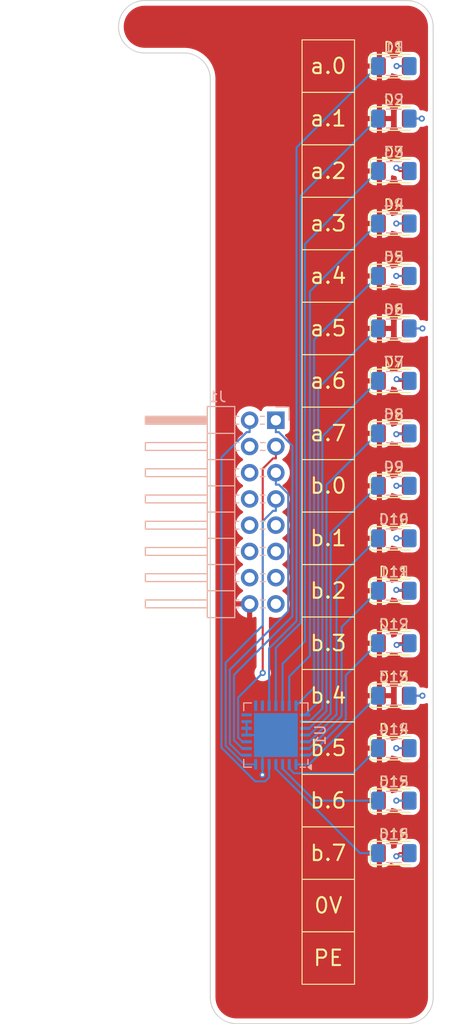
<source format=kicad_pcb>
(kicad_pcb (version 20240108) (generator "pcbnew") (generator_version "8.0")
  (layers (0 "F.Cu" signal) (31 "B.Cu" signal) (34 "B.Paste" user) (35 "F.Paste" user) (36 "B.SilkS" user "B.Silkscreen") (37 "F.SilkS" user "F.Silkscreen") (38 "B.Mask" user) (39 "F.Mask" user) (44 "Edge.Cuts" user))
  (net 0 "")
  (net 4 "GND")
  (net 14 "+5V")
  (net 16 "/b.0")
  (net 17 "Net-(D1-A)")
  (net 18 "Net-(D2-A)")
  (net 19 "Net-(D3-A)")
  (net 20 "Net-(D4-A)")
  (net 21 "Net-(D5-A)")
  (net 22 "Net-(D6-A)")
  (net 23 "Net-(D7-A)")
  (net 24 "Net-(D8-A)")
  (net 25 "Net-(D9-A)")
  (net 26 "Net-(D10-A)")
  (net 27 "Net-(D11-A)")
  (net 28 "Net-(D12-A)")
  (net 29 "Net-(D13-A)")
  (net 30 "Net-(D14-A)")
  (net 31 "Net-(D15-A)")
  (net 32 "Net-(D16-A)")
  (net 33 "/b.1")
  (net 34 "/b.2")
  (net 35 "/b.3")
  (net 36 "/b.4")
  (net 37 "/b.5")
  (net 38 "/b.6")
  (net 39 "/b.7")
  (net 40 "/a.0")
  (net 41 "/a.1")
  (net 42 "/a.2")
  (net 43 "/a.3")
  (net 44 "/a.4")
  (net 45 "/a.5")
  (net 46 "/a.6")
  (net 47 "/a.7")
  (net 48 "/CLK")
  (net 49 "/CS2")
  (net 50 "/MOSI")
  (net 51 "/MISO")
  (footprint "NextPCB:Kingbright_KPT-3216CGCK" (layer "F.Cu") (at 77.47 97.79)
    (property "Reference" "D9" (at 0 -1.82 0) (layer "F.SilkS"))
    (property "Value" "KPT-3216CGCK")
    (pad "1" smd roundrect (at -1.4 0) (size 1.25 1.75) (layers "F.Cu" "F.Paste" "F.Mask") (roundrect_rratio 0.2) (net 4 "GND"))
    (pad "2" smd roundrect (at 1.4 0) (size 1.25 1.75) (layers "F.Cu" "F.Paste" "F.Mask") (roundrect_rratio 0.2) (net 25 "Net-(D9-A)"))
  )
  (footprint "NextPCB:Kingbright_KPT-3216CGCK" (layer "F.Cu") (at 77.47 123.19)
    (property "Reference" "D14" (at 0 -1.82 0) (layer "F.SilkS"))
    (property "Value" "KPT-3216CGCK")
    (pad "1" smd roundrect (at -1.4 0) (size 1.25 1.75) (layers "F.Cu" "F.Paste" "F.Mask") (roundrect_rratio 0.2) (net 4 "GND"))
    (pad "2" smd roundrect (at 1.4 0) (size 1.25 1.75) (layers "F.Cu" "F.Paste" "F.Mask") (roundrect_rratio 0.2) (net 30 "Net-(D14-A)"))
  )
  (footprint "NextPCB:Kingbright_KPT-3216CGCK" (layer "F.Cu") (at 77.47 82.55)
    (property "Reference" "D6" (at 0 -1.82 0) (layer "F.SilkS"))
    (property "Value" "KPT-3216CGCK")
    (pad "1" smd roundrect (at -1.4 0) (size 1.25 1.75) (layers "F.Cu" "F.Paste" "F.Mask") (roundrect_rratio 0.2) (net 4 "GND"))
    (pad "2" smd roundrect (at 1.4 0) (size 1.25 1.75) (layers "F.Cu" "F.Paste" "F.Mask") (roundrect_rratio 0.2) (net 22 "Net-(D6-A)"))
  )
  (footprint "NextPCB:Kingbright_KPT-3216CGCK" (layer "F.Cu") (at 77.47 62.23)
    (property "Reference" "D2" (at 0 -1.82 0) (layer "F.SilkS"))
    (property "Value" "KPT-3216CGCK")
    (pad "1" smd roundrect (at -1.4 0) (size 1.25 1.75) (layers "F.Cu" "F.Paste" "F.Mask") (roundrect_rratio 0.2) (net 4 "GND"))
    (pad "2" smd roundrect (at 1.4 0) (size 1.25 1.75) (layers "F.Cu" "F.Paste" "F.Mask") (roundrect_rratio 0.2) (net 18 "Net-(D2-A)"))
  )
  (footprint "NextPCB:Kingbright_KPT-3216CGCK" (layer "F.Cu") (at 77.47 113.03)
    (property "Reference" "D12" (at 0 -1.82 0) (layer "F.SilkS"))
    (property "Value" "KPT-3216CGCK")
    (pad "1" smd roundrect (at -1.4 0) (size 1.25 1.75) (layers "F.Cu" "F.Paste" "F.Mask") (roundrect_rratio 0.2) (net 4 "GND"))
    (pad "2" smd roundrect (at 1.4 0) (size 1.25 1.75) (layers "F.Cu" "F.Paste" "F.Mask") (roundrect_rratio 0.2) (net 28 "Net-(D12-A)"))
  )
  (footprint "NextPCB:Kingbright_KPT-3216CGCK" (layer "F.Cu") (at 77.47 77.47)
    (property "Reference" "D5" (at 0 -1.82 0) (layer "F.SilkS"))
    (property "Value" "KPT-3216CGCK")
    (pad "1" smd roundrect (at -1.4 0) (size 1.25 1.75) (layers "F.Cu" "F.Paste" "F.Mask") (roundrect_rratio 0.2) (net 4 "GND"))
    (pad "2" smd roundrect (at 1.4 0) (size 1.25 1.75) (layers "F.Cu" "F.Paste" "F.Mask") (roundrect_rratio 0.2) (net 21 "Net-(D5-A)"))
  )
  (footprint "NextPCB:Kingbright_KPT-3216CGCK" (layer "F.Cu") (at 77.47 87.63)
    (property "Reference" "D7" (at 0 -1.82 0) (layer "F.SilkS"))
    (property "Value" "KPT-3216CGCK")
    (pad "1" smd roundrect (at -1.4 0) (size 1.25 1.75) (layers "F.Cu" "F.Paste" "F.Mask") (roundrect_rratio 0.2) (net 4 "GND"))
    (pad "2" smd roundrect (at 1.4 0) (size 1.25 1.75) (layers "F.Cu" "F.Paste" "F.Mask") (roundrect_rratio 0.2) (net 23 "Net-(D7-A)"))
  )
  (footprint "NextPCB:Kingbright_KPT-3216CGCK" (layer "F.Cu") (at 77.47 72.39)
    (property "Reference" "D4" (at 0 -1.82 0) (layer "F.SilkS"))
    (property "Value" "KPT-3216CGCK")
    (pad "1" smd roundrect (at -1.4 0) (size 1.25 1.75) (layers "F.Cu" "F.Paste" "F.Mask") (roundrect_rratio 0.2) (net 4 "GND"))
    (pad "2" smd roundrect (at 1.4 0) (size 1.25 1.75) (layers "F.Cu" "F.Paste" "F.Mask") (roundrect_rratio 0.2) (net 20 "Net-(D4-A)"))
  )
  (footprint "NextPCB:Kingbright_KPT-3216CGCK" (layer "F.Cu") (at 77.47 67.31)
    (property "Reference" "D3" (at 0 -1.82 0) (layer "F.SilkS"))
    (property "Value" "KPT-3216CGCK")
    (pad "1" smd roundrect (at -1.4 0) (size 1.25 1.75) (layers "F.Cu" "F.Paste" "F.Mask") (roundrect_rratio 0.2) (net 4 "GND"))
    (pad "2" smd roundrect (at 1.4 0) (size 1.25 1.75) (layers "F.Cu" "F.Paste" "F.Mask") (roundrect_rratio 0.2) (net 19 "Net-(D3-A)"))
  )
  (footprint "NextPCB:Kingbright_KPT-3216CGCK" (layer "F.Cu") (at 77.47 102.87)
    (property "Reference" "D10" (at 0 -1.82 0) (layer "F.SilkS"))
    (property "Value" "KPT-3216CGCK")
    (pad "1" smd roundrect (at -1.4 0) (size 1.25 1.75) (layers "F.Cu" "F.Paste" "F.Mask") (roundrect_rratio 0.2) (net 4 "GND"))
    (pad "2" smd roundrect (at 1.4 0) (size 1.25 1.75) (layers "F.Cu" "F.Paste" "F.Mask") (roundrect_rratio 0.2) (net 26 "Net-(D10-A)"))
  )
  (footprint "NextPCB:Kingbright_KPT-3216CGCK" (layer "F.Cu") (at 77.47 118.11)
    (property "Reference" "D13" (at 0 -1.82 0) (layer "F.SilkS"))
    (property "Value" "KPT-3216CGCK")
    (pad "1" smd roundrect (at -1.4 0) (size 1.25 1.75) (layers "F.Cu" "F.Paste" "F.Mask") (roundrect_rratio 0.2) (net 4 "GND"))
    (pad "2" smd roundrect (at 1.4 0) (size 1.25 1.75) (layers "F.Cu" "F.Paste" "F.Mask") (roundrect_rratio 0.2) (net 29 "Net-(D13-A)"))
  )
  (footprint "NextPCB:Kingbright_KPT-3216CGCK" (layer "F.Cu") (at 77.47 57.15)
    (property "Reference" "D1" (at 0 -1.82 0) (layer "F.SilkS"))
    (property "Value" "KPT-3216CGCK")
    (pad "1" smd roundrect (at -1.4 0) (size 1.25 1.75) (layers "F.Cu" "F.Paste" "F.Mask") (roundrect_rratio 0.2) (net 4 "GND"))
    (pad "2" smd roundrect (at 1.4 0) (size 1.25 1.75) (layers "F.Cu" "F.Paste" "F.Mask") (roundrect_rratio 0.2) (net 17 "Net-(D1-A)"))
  )
  (footprint "NextPCB:Kingbright_KPT-3216CGCK" (layer "F.Cu") (at 77.47 107.95)
    (property "Reference" "D11" (at 0 -1.82 0) (layer "F.SilkS"))
    (property "Value" "KPT-3216CGCK")
    (pad "1" smd roundrect (at -1.4 0) (size 1.25 1.75) (layers "F.Cu" "F.Paste" "F.Mask") (roundrect_rratio 0.2) (net 4 "GND"))
    (pad "2" smd roundrect (at 1.4 0) (size 1.25 1.75) (layers "F.Cu" "F.Paste" "F.Mask") (roundrect_rratio 0.2) (net 27 "Net-(D11-A)"))
  )
  (footprint "NextPCB:Kingbright_KPT-3216CGCK" (layer "F.Cu") (at 77.47 133.35)
    (property "Reference" "D16" (at 0 -1.82 0) (layer "F.SilkS"))
    (property "Value" "KPT-3216CGCK")
    (pad "1" smd roundrect (at -1.4 0) (size 1.25 1.75) (layers "F.Cu" "F.Paste" "F.Mask") (roundrect_rratio 0.2) (net 4 "GND"))
    (pad "2" smd roundrect (at 1.4 0) (size 1.25 1.75) (layers "F.Cu" "F.Paste" "F.Mask") (roundrect_rratio 0.2) (net 32 "Net-(D16-A)"))
  )
  (footprint "NextPCB:Kingbright_KPT-3216CGCK" (layer "F.Cu") (at 77.47 92.71)
    (property "Reference" "D8" (at 0 -1.82 0) (layer "F.SilkS"))
    (property "Value" "KPT-3216CGCK")
    (pad "1" smd roundrect (at -1.4 0) (size 1.25 1.75) (layers "F.Cu" "F.Paste" "F.Mask") (roundrect_rratio 0.2) (net 4 "GND"))
    (pad "2" smd roundrect (at 1.4 0) (size 1.25 1.75) (layers "F.Cu" "F.Paste" "F.Mask") (roundrect_rratio 0.2) (net 24 "Net-(D8-A)"))
  )
  (footprint "NextPCB:Kingbright_KPT-3216CGCK" (layer "F.Cu") (at 77.47 128.27)
    (property "Reference" "D15" (at 0 -1.82 0) (layer "F.SilkS"))
    (property "Value" "KPT-3216CGCK")
    (pad "1" smd roundrect (at -1.4 0) (size 1.25 1.75) (layers "F.Cu" "F.Paste" "F.Mask") (roundrect_rratio 0.2) (net 4 "GND"))
    (pad "2" smd roundrect (at 1.4 0) (size 1.25 1.75) (layers "F.Cu" "F.Paste" "F.Mask") (roundrect_rratio 0.2) (net 31 "Net-(D15-A)"))
  )
  (footprint "Resistor_SMD:R_1206_3216Metric_Pad1.30x1.75mm_HandSolder" (layer "B.Cu") (at 77.47 57.15 180)
    (property "Reference" "R1" (at 0 1.82 0) (layer "B.SilkS") (effects (justify mirror)))
    (property "Value" "10k")
    (pad "1" smd roundrect (at -1.55 0 180) (size 1.3 1.75) (layers "B.Cu" "B.Paste" "B.Mask") (roundrect_rratio 0.192308) (net 17 "Net-(D1-A)"))
    (pad "2" smd roundrect (at 1.55 0 180) (size 1.3 1.75) (layers "B.Cu" "B.Paste" "B.Mask") (roundrect_rratio 0.192308) (net 40 "/a.0"))
  )
  (footprint "Resistor_SMD:R_1206_3216Metric_Pad1.30x1.75mm_HandSolder" (layer "B.Cu") (at 77.47 133.35 180)
    (property "Reference" "R16" (at 0 1.82 0) (layer "B.SilkS") (effects (justify mirror)))
    (property "Value" "10k")
    (pad "1" smd roundrect (at -1.55 0 180) (size 1.3 1.75) (layers "B.Cu" "B.Paste" "B.Mask") (roundrect_rratio 0.192308) (net 32 "Net-(D16-A)"))
    (pad "2" smd roundrect (at 1.55 0 180) (size 1.3 1.75) (layers "B.Cu" "B.Paste" "B.Mask") (roundrect_rratio 0.192308) (net 39 "/b.7"))
  )
  (footprint "Package_DFN_QFN:QFN-28-1EP_6x6mm_P0.65mm_EP4.25x4.25mm" (layer "B.Cu") (at 66.04 121.92 90)
    (property "Reference" "U1" (at 0 4.31 90) (layer "B.SilkS") (effects (justify mirror)))
    (property "Value" "MCP23S17_ML")
    (pad "1" smd roundrect (at -2.8375 1.95 90) (size 1.025 0.3) (layers "B.Cu" "B.Paste" "B.Mask") (net 36 "/b.4"))
    (pad "2" smd roundrect (at -2.8375 1.3 90) (size 1.025 0.3) (layers "B.Cu" "B.Paste" "B.Mask") (net 37 "/b.5"))
    (pad "3" smd roundrect (at -2.8375 0.65 90) (size 1.025 0.3) (layers "B.Cu" "B.Paste" "B.Mask") (net 38 "/b.6"))
    (pad "4" smd roundrect (at -2.8375 0 90) (size 1.025 0.3) (layers "B.Cu" "B.Paste" "B.Mask") (net 39 "/b.7"))
    (pad "5" smd roundrect (at -2.8375 -0.65 90) (size 1.025 0.3) (layers "B.Cu" "B.Paste" "B.Mask") (net 14 "+5V"))
    (pad "6" smd roundrect (at -2.8375 -1.3 90) (size 1.025 0.3) (layers "B.Cu" "B.Paste" "B.Mask") (net 4 "GND"))
    (pad "7" smd roundrect (at -2.8375 -1.95 90) (size 1.025 0.3) (layers "B.Cu" "B.Paste" "B.Mask") (net 49 "/CS2"))
    (pad "8" smd roundrect (at -1.95 -2.8375 90) (size 0.3 1.025) (layers "B.Cu" "B.Paste" "B.Mask") (net 48 "/CLK"))
    (pad "9" smd roundrect (at -1.3 -2.8375 90) (size 0.3 1.025) (layers "B.Cu" "B.Paste" "B.Mask") (net 50 "/MOSI"))
    (pad "10" smd roundrect (at -0.65 -2.8375 90) (size 0.3 1.025) (layers "B.Cu" "B.Paste" "B.Mask") (net 51 "/MISO"))
    (pad "11" smd roundrect (at 0 -2.8375 90) (size 0.3 1.025) (layers "B.Cu" "B.Paste" "B.Mask") (net 4 "GND"))
    (pad "12" smd roundrect (at 0.65 -2.8375 90) (size 0.3 1.025) (layers "B.Cu" "B.Paste" "B.Mask") (net 4 "GND"))
    (pad "13" smd roundrect (at 1.3 -2.8375 90) (size 0.3 1.025) (layers "B.Cu" "B.Paste" "B.Mask") (net 4 "GND"))
    (pad "14" smd roundrect (at 1.95 -2.8375 90) (size 0.3 1.025) (layers "B.Cu" "B.Paste" "B.Mask"))
    (pad "15" smd roundrect (at 2.8375 -1.95 90) (size 1.025 0.3) (layers "B.Cu" "B.Paste" "B.Mask"))
    (pad "16" smd roundrect (at 2.8375 -1.3 90) (size 1.025 0.3) (layers "B.Cu" "B.Paste" "B.Mask"))
    (pad "17" smd roundrect (at 2.8375 -0.65 90) (size 1.025 0.3) (layers "B.Cu" "B.Paste" "B.Mask") (net 40 "/a.0"))
    (pad "18" smd roundrect (at 2.8375 0 90) (size 1.025 0.3) (layers "B.Cu" "B.Paste" "B.Mask") (net 41 "/a.1"))
    (pad "19" smd roundrect (at 2.8375 0.65 90) (size 1.025 0.3) (layers "B.Cu" "B.Paste" "B.Mask") (net 42 "/a.2"))
    (pad "20" smd roundrect (at 2.8375 1.3 90) (size 1.025 0.3) (layers "B.Cu" "B.Paste" "B.Mask") (net 43 "/a.3"))
    (pad "21" smd roundrect (at 2.8375 1.95 90) (size 1.025 0.3) (layers "B.Cu" "B.Paste" "B.Mask") (net 44 "/a.4"))
    (pad "22" smd roundrect (at 1.95 2.8375 90) (size 0.3 1.025) (layers "B.Cu" "B.Paste" "B.Mask") (net 45 "/a.5"))
    (pad "23" smd roundrect (at 1.3 2.8375 90) (size 0.3 1.025) (layers "B.Cu" "B.Paste" "B.Mask") (net 46 "/a.6"))
    (pad "24" smd roundrect (at 0.65 2.8375 90) (size 0.3 1.025) (layers "B.Cu" "B.Paste" "B.Mask") (net 47 "/a.7"))
    (pad "25" smd roundrect (at 0 2.8375 90) (size 0.3 1.025) (layers "B.Cu" "B.Paste" "B.Mask") (net 16 "/b.0"))
    (pad "26" smd roundrect (at -0.65 2.8375 90) (size 0.3 1.025) (layers "B.Cu" "B.Paste" "B.Mask") (net 33 "/b.1"))
    (pad "27" smd roundrect (at -1.3 2.8375 90) (size 0.3 1.025) (layers "B.Cu" "B.Paste" "B.Mask") (net 34 "/b.2"))
    (pad "28" smd roundrect (at -1.95 2.8375 90) (size 0.3 1.025) (layers "B.Cu" "B.Paste" "B.Mask") (net 35 "/b.3"))
    (pad "29" smd rect (at 0 0 90) (size 4.25 4.25) (property pad_prop_heatsink) (layers "B.Cu" "B.Mask") (net 4 "GND"))
  )
  (footprint "Resistor_SMD:R_1206_3216Metric_Pad1.30x1.75mm_HandSolder" (layer "B.Cu") (at 77.47 67.31 180)
    (property "Reference" "R3" (at 0 1.82 0) (layer "B.SilkS") (effects (justify mirror)))
    (property "Value" "10k")
    (pad "1" smd roundrect (at -1.55 0 180) (size 1.3 1.75) (layers "B.Cu" "B.Paste" "B.Mask") (roundrect_rratio 0.192308) (net 19 "Net-(D3-A)"))
    (pad "2" smd roundrect (at 1.55 0 180) (size 1.3 1.75) (layers "B.Cu" "B.Paste" "B.Mask") (roundrect_rratio 0.192308) (net 42 "/a.2"))
  )
  (footprint "Resistor_SMD:R_1206_3216Metric_Pad1.30x1.75mm_HandSolder" (layer "B.Cu") (at 77.47 92.71 180)
    (property "Reference" "R8" (at 0 1.82 0) (layer "B.SilkS") (effects (justify mirror)))
    (property "Value" "10k")
    (pad "1" smd roundrect (at -1.55 0 180) (size 1.3 1.75) (layers "B.Cu" "B.Paste" "B.Mask") (roundrect_rratio 0.192308) (net 24 "Net-(D8-A)"))
    (pad "2" smd roundrect (at 1.55 0 180) (size 1.3 1.75) (layers "B.Cu" "B.Paste" "B.Mask") (roundrect_rratio 0.192308) (net 47 "/a.7"))
  )
  (footprint "Resistor_SMD:R_1206_3216Metric_Pad1.30x1.75mm_HandSolder" (layer "B.Cu") (at 77.47 77.47 180)
    (property "Reference" "R5" (at 0 1.82 0) (layer "B.SilkS") (effects (justify mirror)))
    (property "Value" "10k")
    (pad "1" smd roundrect (at -1.55 0 180) (size 1.3 1.75) (layers "B.Cu" "B.Paste" "B.Mask") (roundrect_rratio 0.192308) (net 21 "Net-(D5-A)"))
    (pad "2" smd roundrect (at 1.55 0 180) (size 1.3 1.75) (layers "B.Cu" "B.Paste" "B.Mask") (roundrect_rratio 0.192308) (net 44 "/a.4"))
  )
  (footprint "Resistor_SMD:R_1206_3216Metric_Pad1.30x1.75mm_HandSolder" (layer "B.Cu") (at 77.47 128.27 180)
    (property "Reference" "R15" (at 0 1.82 0) (layer "B.SilkS") (effects (justify mirror)))
    (property "Value" "10k")
    (pad "1" smd roundrect (at -1.55 0 180) (size 1.3 1.75) (layers "B.Cu" "B.Paste" "B.Mask") (roundrect_rratio 0.192308) (net 31 "Net-(D15-A)"))
    (pad "2" smd roundrect (at 1.55 0 180) (size 1.3 1.75) (layers "B.Cu" "B.Paste" "B.Mask") (roundrect_rratio 0.192308) (net 38 "/b.6"))
  )
  (footprint "Resistor_SMD:R_1206_3216Metric_Pad1.30x1.75mm_HandSolder" (layer "B.Cu") (at 77.47 82.55 180)
    (property "Reference" "R6" (at 0 1.82 0) (layer "B.SilkS") (effects (justify mirror)))
    (property "Value" "10k")
    (pad "1" smd roundrect (at -1.55 0 180) (size 1.3 1.75) (layers "B.Cu" "B.Paste" "B.Mask") (roundrect_rratio 0.192308) (net 22 "Net-(D6-A)"))
    (pad "2" smd roundrect (at 1.55 0 180) (size 1.3 1.75) (layers "B.Cu" "B.Paste" "B.Mask") (roundrect_rratio 0.192308) (net 45 "/a.5"))
  )
  (footprint "Resistor_SMD:R_1206_3216Metric_Pad1.30x1.75mm_HandSolder" (layer "B.Cu") (at 77.47 123.19 180)
    (property "Reference" "R14" (at 0 1.82 0) (layer "B.SilkS") (effects (justify mirror)))
    (property "Value" "10k")
    (pad "1" smd roundrect (at -1.55 0 180) (size 1.3 1.75) (layers "B.Cu" "B.Paste" "B.Mask") (roundrect_rratio 0.192308) (net 30 "Net-(D14-A)"))
    (pad "2" smd roundrect (at 1.55 0 180) (size 1.3 1.75) (layers "B.Cu" "B.Paste" "B.Mask") (roundrect_rratio 0.192308) (net 37 "/b.5"))
  )
  (footprint "Resistor_SMD:R_1206_3216Metric_Pad1.30x1.75mm_HandSolder" (layer "B.Cu") (at 77.47 72.39 180)
    (property "Reference" "R4" (at 0 1.82 0) (layer "B.SilkS") (effects (justify mirror)))
    (property "Value" "10k")
    (pad "1" smd roundrect (at -1.55 0 180) (size 1.3 1.75) (layers "B.Cu" "B.Paste" "B.Mask") (roundrect_rratio 0.192308) (net 20 "Net-(D4-A)"))
    (pad "2" smd roundrect (at 1.55 0 180) (size 1.3 1.75) (layers "B.Cu" "B.Paste" "B.Mask") (roundrect_rratio 0.192308) (net 43 "/a.3"))
  )
  (footprint "Resistor_SMD:R_1206_3216Metric_Pad1.30x1.75mm_HandSolder" (layer "B.Cu") (at 77.47 87.63 180)
    (property "Reference" "R7" (at 0 1.82 0) (layer "B.SilkS") (effects (justify mirror)))
    (property "Value" "10k")
    (pad "1" smd roundrect (at -1.55 0 180) (size 1.3 1.75) (layers "B.Cu" "B.Paste" "B.Mask") (roundrect_rratio 0.192308) (net 23 "Net-(D7-A)"))
    (pad "2" smd roundrect (at 1.55 0 180) (size 1.3 1.75) (layers "B.Cu" "B.Paste" "B.Mask") (roundrect_rratio 0.192308) (net 46 "/a.6"))
  )
  (footprint "Connector_PinHeader_2.54mm:PinHeader_2x08_P2.54mm_Horizontal" (layer "B.Cu") (at 66.04 91.44 180)
    (property "Reference" "J1" (at 5.655 2.27 0) (layer "B.SilkS") (effects (justify mirror)))
    (property "Value" "PinHeader_02x08_P2.54_THT_Angle")
    (pad "1" thru_hole rect (at 0 0 180) (size 1.7 1.7) (drill 1) (layers "*.Cu" "*.Mask") (net 50 "/MOSI"))
    (pad "2" thru_hole oval (at 2.54 0 180) (size 1.7 1.7) (drill 1) (layers "*.Cu" "*.Mask") (net 14 "+5V"))
    (pad "3" thru_hole oval (at 0 -2.54 180) (size 1.7 1.7) (drill 1) (layers "*.Cu" "*.Mask") (net 51 "/MISO"))
    (pad "4" thru_hole oval (at 2.54 -2.54 180) (size 1.7 1.7) (drill 1) (layers "*.Cu" "*.Mask"))
    (pad "5" thru_hole oval (at 0 -5.08 180) (size 1.7 1.7) (drill 1) (layers "*.Cu" "*.Mask") (net 48 "/CLK"))
    (pad "6" thru_hole oval (at 2.54 -5.08 180) (size 1.7 1.7) (drill 1) (layers "*.Cu" "*.Mask"))
    (pad "7" thru_hole oval (at 0 -7.62 180) (size 1.7 1.7) (drill 1) (layers "*.Cu" "*.Mask") (net 49 "/CS2"))
    (pad "8" thru_hole oval (at 2.54 -7.62 180) (size 1.7 1.7) (drill 1) (layers "*.Cu" "*.Mask"))
    (pad "9" thru_hole oval (at 0 -10.16 180) (size 1.7 1.7) (drill 1) (layers "*.Cu" "*.Mask"))
    (pad "10" thru_hole oval (at 2.54 -10.16 180) (size 1.7 1.7) (drill 1) (layers "*.Cu" "*.Mask"))
    (pad "11" thru_hole oval (at 0 -12.7 180) (size 1.7 1.7) (drill 1) (layers "*.Cu" "*.Mask"))
    (pad "12" thru_hole oval (at 2.54 -12.7 180) (size 1.7 1.7) (drill 1) (layers "*.Cu" "*.Mask"))
    (pad "13" thru_hole oval (at 0 -15.24 180) (size 1.7 1.7) (drill 1) (layers "*.Cu" "*.Mask"))
    (pad "14" thru_hole oval (at 2.54 -15.24 180) (size 1.7 1.7) (drill 1) (layers "*.Cu" "*.Mask"))
    (pad "15" thru_hole oval (at 0 -17.78 180) (size 1.7 1.7) (drill 1) (layers "*.Cu" "*.Mask"))
    (pad "16" thru_hole oval (at 2.54 -17.78 180) (size 1.7 1.7) (drill 1) (layers "*.Cu" "*.Mask") (net 4 "GND"))
  )
  (footprint "Resistor_SMD:R_1206_3216Metric_Pad1.30x1.75mm_HandSolder" (layer "B.Cu") (at 77.47 118.11 180)
    (property "Reference" "R13" (at 0 1.82 0) (layer "B.SilkS") (effects (justify mirror)))
    (property "Value" "10k")
    (pad "1" smd roundrect (at -1.55 0 180) (size 1.3 1.75) (layers "B.Cu" "B.Paste" "B.Mask") (roundrect_rratio 0.192308) (net 29 "Net-(D13-A)"))
    (pad "2" smd roundrect (at 1.55 0 180) (size 1.3 1.75) (layers "B.Cu" "B.Paste" "B.Mask") (roundrect_rratio 0.192308) (net 36 "/b.4"))
  )
  (footprint "Resistor_SMD:R_1206_3216Metric_Pad1.30x1.75mm_HandSolder" (layer "B.Cu") (at 77.47 97.79 180)
    (property "Reference" "R9" (at 0 1.82 0) (layer "B.SilkS") (effects (justify mirror)))
    (property "Value" "10k")
    (pad "1" smd roundrect (at -1.55 0 180) (size 1.3 1.75) (layers "B.Cu" "B.Paste" "B.Mask") (roundrect_rratio 0.192308) (net 25 "Net-(D9-A)"))
    (pad "2" smd roundrect (at 1.55 0 180) (size 1.3 1.75) (layers "B.Cu" "B.Paste" "B.Mask") (roundrect_rratio 0.192308) (net 16 "/b.0"))
  )
  (footprint "Resistor_SMD:R_1206_3216Metric_Pad1.30x1.75mm_HandSolder" (layer "B.Cu") (at 77.47 107.95 180)
    (property "Reference" "R11" (at 0 1.82 0) (layer "B.SilkS") (effects (justify mirror)))
    (property "Value" "10k")
    (pad "1" smd roundrect (at -1.55 0 180) (size 1.3 1.75) (layers "B.Cu" "B.Paste" "B.Mask") (roundrect_rratio 0.192308) (net 27 "Net-(D11-A)"))
    (pad "2" smd roundrect (at 1.55 0 180) (size 1.3 1.75) (layers "B.Cu" "B.Paste" "B.Mask") (roundrect_rratio 0.192308) (net 34 "/b.2"))
  )
  (footprint "Resistor_SMD:R_1206_3216Metric_Pad1.30x1.75mm_HandSolder" (layer "B.Cu") (at 77.47 62.23 180)
    (property "Reference" "R2" (at 0 1.82 0) (layer "B.SilkS") (effects (justify mirror)))
    (property "Value" "10k")
    (pad "1" smd roundrect (at -1.55 0 180) (size 1.3 1.75) (layers "B.Cu" "B.Paste" "B.Mask") (roundrect_rratio 0.192308) (net 18 "Net-(D2-A)"))
    (pad "2" smd roundrect (at 1.55 0 180) (size 1.3 1.75) (layers "B.Cu" "B.Paste" "B.Mask") (roundrect_rratio 0.192308) (net 41 "/a.1"))
  )
  (footprint "Resistor_SMD:R_1206_3216Metric_Pad1.30x1.75mm_HandSolder" (layer "B.Cu") (at 77.47 113.03 180)
    (property "Reference" "R12" (at 0 1.82 0) (layer "B.SilkS") (effects (justify mirror)))
    (property "Value" "10k")
    (pad "1" smd roundrect (at -1.55 0 180) (size 1.3 1.75) (layers "B.Cu" "B.Paste" "B.Mask") (roundrect_rratio 0.192308) (net 28 "Net-(D12-A)"))
    (pad "2" smd roundrect (at 1.55 0 180) (size 1.3 1.75) (layers "B.Cu" "B.Paste" "B.Mask") (roundrect_rratio 0.192308) (net 35 "/b.3"))
  )
  (footprint "Resistor_SMD:R_1206_3216Metric_Pad1.30x1.75mm_HandSolder" (layer "B.Cu") (at 77.47 102.87 180)
    (property "Reference" "R10" (at 0 1.82 0) (layer "B.SilkS") (effects (justify mirror)))
    (property "Value" "10k")
    (pad "1" smd roundrect (at -1.55 0 180) (size 1.3 1.75) (layers "B.Cu" "B.Paste" "B.Mask") (roundrect_rratio 0.192308) (net 26 "Net-(D10-A)"))
    (pad "2" smd roundrect (at 1.55 0 180) (size 1.3 1.75) (layers "B.Cu" "B.Paste" "B.Mask") (roundrect_rratio 0.192308) (net 33 "/b.1"))
  )
  (gr_rect (start 68.58 80.01) (end 73.66 85.09) (stroke (width 0.1)) (fill none) (layer "F.SilkS"))
  (gr_rect (start 68.58 100.33) (end 73.66 105.41) (stroke (width 0.1)) (fill none) (layer "F.SilkS"))
  (gr_rect (start 68.58 69.85) (end 73.66 74.93) (stroke (width 0.1)) (fill none) (layer "F.SilkS"))
  (gr_rect (start 68.58 59.69) (end 73.66 64.77) (stroke (width 0.1)) (fill none) (layer "F.SilkS"))
  (gr_rect (start 68.58 120.65) (end 73.66 125.73) (stroke (width 0.1)) (fill none) (layer "F.SilkS"))
  (gr_rect (start 68.58 115.57) (end 73.66 120.65) (stroke (width 0.1)) (fill none) (layer "F.SilkS"))
  (gr_rect (start 68.58 125.73) (end 73.66 130.81) (stroke (width 0.1)) (fill none) (layer "F.SilkS"))
  (gr_rect (start 68.58 130.81) (end 73.66 135.89) (stroke (width 0.1)) (fill none) (layer "F.SilkS"))
  (gr_rect (start 68.58 110.49) (end 73.66 115.57) (stroke (width 0.1)) (fill none) (layer "F.SilkS"))
  (gr_rect (start 68.58 54.61) (end 73.66 59.69) (stroke (width 0.1)) (fill none) (layer "F.SilkS"))
  (gr_rect (start 68.58 95.25) (end 73.66 100.33) (stroke (width 0.1)) (fill none) (layer "F.SilkS"))
  (gr_rect (start 68.58 105.41) (end 73.66 110.49) (stroke (width 0.1)) (fill none) (layer "F.SilkS"))
  (gr_rect (start 68.58 135.89) (end 73.66 140.97) (stroke (width 0.1)) (fill none) (layer "F.SilkS"))
  (gr_rect (start 68.58 64.77) (end 73.66 69.85) (stroke (width 0.1)) (fill none) (layer "F.SilkS"))
  (gr_rect (start 68.58 85.09) (end 73.66 90.17) (stroke (width 0.1)) (fill none) (layer "F.SilkS"))
  (gr_rect (start 68.58 90.17) (end 73.66 95.25) (stroke (width 0.1)) (fill none) (layer "F.SilkS"))
  (gr_rect (start 68.58 74.93) (end 73.66 80.01) (stroke (width 0.1)) (fill none) (layer "F.SilkS"))
  (gr_rect (start 68.58 140.97) (end 73.66 146.05) (stroke (width 0.1)) (fill none) (layer "F.SilkS"))
  (gr_line (start 53.34 55.88) (end 57.15 55.88) (stroke (width 0.1)) (layer "Edge.Cuts"))
  (gr_arc (start 62.23 149.86) (mid 60.433949 149.116051) (end 59.69 147.32) (stroke (width 0.1)) (layer "Edge.Cuts"))
  (gr_arc (start 78.74 50.8) (mid 80.536051 51.543949) (end 81.28 53.34) (stroke (width 0.1)) (layer "Edge.Cuts"))
  (gr_line (start 59.69 58.42) (end 59.69 147.32) (stroke (width 0.1)) (layer "Edge.Cuts"))
  (gr_arc (start 50.8 53.34) (mid 51.543949 51.543949) (end 53.34 50.8) (stroke (width 0.1)) (layer "Edge.Cuts"))
  (gr_line (start 62.23 149.86) (end 78.74 149.86) (stroke (width 0.1)) (layer "Edge.Cuts"))
  (gr_arc (start 53.34 55.88) (mid 51.543949 55.136051) (end 50.8 53.34) (stroke (width 0.1)) (layer "Edge.Cuts"))
  (gr_line (start 53.34 50.8) (end 78.74 50.8) (stroke (width 0.1)) (layer "Edge.Cuts"))
  (gr_line (start 81.28 53.34) (end 81.28 147.32) (stroke (width 0.1)) (layer "Edge.Cuts"))
  (gr_arc (start 81.28 147.32) (mid 80.536051 149.116051) (end 78.74 149.86) (stroke (width 0.1)) (layer "Edge.Cuts"))
  (gr_arc (start 57.15 55.88) (mid 58.946051 56.623949) (end 59.69 58.42) (stroke (width 0.1)) (layer "Edge.Cuts"))
  (gr_text "b.3" (at 71.12 113.9015 0) (layer "F.SilkS") (effects (font (size 1.5 1.5) (thickness 0.2)) (justify bottom)))
  (gr_text "b.2" (at 71.12 108.8215 0) (layer "F.SilkS") (effects (font (size 1.5 1.5) (thickness 0.2)) (justify bottom)))
  (gr_text "PE" (at 71.12 144.3815 0) (layer "F.SilkS") (effects (font (size 1.5 1.5) (thickness 0.2)) (justify bottom)))
  (gr_text "a.4" (at 71.12 78.3415 0) (layer "F.SilkS") (effects (font (size 1.5 1.5) (thickness 0.2)) (justify bottom)))
  (gr_text "b.7" (at 71.12 134.2215 0) (layer "F.SilkS") (effects (font (size 1.5 1.5) (thickness 0.2)) (justify bottom)))
  (gr_text "a.1" (at 71.12 63.1015 0) (layer "F.SilkS") (effects (font (size 1.5 1.5) (thickness 0.2)) (justify bottom)))
  (gr_text "a.7" (at 71.12 93.5815 0) (layer "F.SilkS") (effects (font (size 1.5 1.5) (thickness 0.2)) (justify bottom)))
  (gr_text "b.1" (at 71.12 103.7415 0) (layer "F.SilkS") (effects (font (size 1.5 1.5) (thickness 0.2)) (justify bottom)))
  (gr_text "a.5" (at 71.12 83.4215 0) (layer "F.SilkS") (effects (font (size 1.5 1.5) (thickness 0.2)) (justify bottom)))
  (gr_text "b.0" (at 71.12 98.6615 0) (layer "F.SilkS") (effects (font (size 1.5 1.5) (thickness 0.2)) (justify bottom)))
  (gr_text "a.6" (at 71.12 88.5015 0) (layer "F.SilkS") (effects (font (size 1.5 1.5) (thickness 0.2)) (justify bottom)))
  (gr_text "a.2" (at 71.12 68.1815 0) (layer "F.SilkS") (effects (font (size 1.5 1.5) (thickness 0.2)) (justify bottom)))
  (gr_text "0V" (at 71.12 139.3015 0) (layer "F.SilkS") (effects (font (size 1.5 1.5) (thickness 0.2)) (justify bottom)))
  (gr_text "b.5" (at 71.12 124.0615 0) (layer "F.SilkS") (effects (font (size 1.5 1.5) (thickness 0.2)) (justify bottom)))
  (gr_text "a.0" (at 71.12 58.0215 0) (layer "F.SilkS") (effects (font (size 1.5 1.5) (thickness 0.2)) (justify bottom)))
  (gr_text "a.3" (at 71.12 73.2615 0) (layer "F.SilkS") (effects (font (size 1.5 1.5) (thickness 0.2)) (justify bottom)))
  (gr_text "b.4" (at 71.12 118.9815 0) (layer "F.SilkS") (effects (font (size 1.5 1.5) (thickness 0.2)) (justify bottom)))
  (gr_text "b.6" (at 71.12 129.1415 0) (layer "F.SilkS") (effects (font (size 1.5 1.5) (thickness 0.2)) (justify bottom)))
  (via (at 64.74 125.7732) (size 0.6) (drill 0.3) (layers "F.Cu" "B.Cu") (net 4))
  (segment (start 63.2025 121.92) (end 63.6133 121.92) (width 0.2) (layer "B.Cu") (net 4))
  (segment (start 66.04 121.92) (end 66.0201 121.92) (width 0.2) (layer "B.Cu") (net 4))
  (segment (start 64.74 123.2001) (end 66.0201 121.92) (width 0.2) (layer "B.Cu") (net 4))
  (segment (start 63.2025 121.27) (end 63.2025 120.62) (width 0.2) (layer "B.Cu") (net 4))
  (segment (start 64.74 125.7732) (end 64.74 124.7575) (width 0.2) (layer "B.Cu") (net 4))
  (segment (start 63.2025 121.92) (end 63.2025 121.27) (width 0.2) (layer "B.Cu") (net 4))
  (segment (start 66.0201 121.92) (end 63.6133 121.92) (width 0.2) (layer "B.Cu") (net 4))
  (segment (start 64.74 124.7575) (end 64.74 123.2001) (width 0.2) (layer "B.Cu") (net 4))
  (segment (start 65.39 126.0108) (end 65.39 124.7575) (width 0.2) (layer "B.Cu") (net 14))
  (segment (start 63.2121 92.5917) (end 60.7747 95.0291) (width 0.2) (layer "B.Cu") (net 14))
  (segment (start 63.5 91.44) (end 63.5 92.5917) (width 0.2) (layer "B.Cu") (net 14))
  (segment (start 64.0375 126.3995) (end 65.0013 126.3995) (width 0.2) (layer "B.Cu") (net 14))
  (segment (start 63.5 92.5917) (end 63.2121 92.5917) (width 0.2) (layer "B.Cu") (net 14))
  (segment (start 65.0013 126.3995) (end 65.39 126.0108) (width 0.2) (layer "B.Cu") (net 14))
  (segment (start 60.7747 123.1367) (end 64.0375 126.3995) (width 0.2) (layer "B.Cu") (net 14))
  (segment (start 60.7747 95.0291) (end 60.7747 123.1367) (width 0.2) (layer "B.Cu") (net 14))
  (segment (start 69.2791 121.92) (end 71.3464 119.8527) (width 0.2) (layer "B.Cu") (net 16))
  (segment (start 71.3464 102.3636) (end 75.92 97.79) (width 0.2) (layer "B.Cu") (net 16))
  (segment (start 68.8775 121.92) (end 69.2791 121.92) (width 0.2) (layer "B.Cu") (net 16))
  (segment (start 71.3464 119.8527) (end 71.3464 102.3636) (width 0.2) (layer "B.Cu") (net 16))
  (segment (start 78.87 57.15) (end 77.7372 57.15) (width 0.2) (layer "F.Cu") (net 17))
  (via (at 77.7372 57.15) (size 0.6) (drill 0.3) (layers "F.Cu" "B.Cu") (net 17))
  (segment (start 79.02 57.15) (end 77.7372 57.15) (width 0.2) (layer "B.Cu") (net 17))
  (segment (start 78.87 62.23) (end 80.1786 62.23) (width 0.2) (layer "F.Cu") (net 18))
  (via (at 80.1786 62.23) (size 0.6) (drill 0.3) (layers "F.Cu" "B.Cu") (net 18))
  (segment (start 79.02 62.23) (end 80.1786 62.23) (width 0.2) (layer "B.Cu") (net 18))
  (segment (start 78.0258 67.31) (end 77.7132 66.9974) (width 0.2) (layer "F.Cu") (net 19))
  (segment (start 78.87 67.31) (end 78.0258 67.31) (width 0.2) (layer "F.Cu") (net 19))
  (via (at 77.7132 66.9974) (size 0.6) (drill 0.3) (layers "F.Cu" "B.Cu") (net 19))
  (segment (start 79.02 67.31) (end 78.7074 66.9974) (width 0.2) (layer "B.Cu") (net 19))
  (segment (start 78.7074 66.9974) (end 77.7132 66.9974) (width 0.2) (layer "B.Cu") (net 19))
  (segment (start 78.87 72.39) (end 77.7106 72.39) (width 0.2) (layer "F.Cu") (net 20))
  (via (at 77.7106 72.39) (size 0.6) (drill 0.3) (layers "F.Cu" "B.Cu") (net 20))
  (segment (start 79.02 72.39) (end 77.7106 72.39) (width 0.2) (layer "B.Cu") (net 20))
  (segment (start 78.87 77.47) (end 77.706 77.47) (width 0.2) (layer "F.Cu") (net 21))
  (via (at 77.706 77.47) (size 0.6) (drill 0.3) (layers "F.Cu" "B.Cu") (net 21))
  (segment (start 79.02 77.47) (end 77.706 77.47) (width 0.2) (layer "B.Cu") (net 21))
  (segment (start 78.87 82.55) (end 80.2368 82.55) (width 0.2) (layer "F.Cu") (net 22))
  (via (at 80.2368 82.55) (size 0.6) (drill 0.3) (layers "F.Cu" "B.Cu") (net 22))
  (segment (start 79.02 82.55) (end 80.2368 82.55) (width 0.2) (layer "B.Cu") (net 22))
  (segment (start 77.9093 87.63) (end 77.7411 87.4618) (width 0.2) (layer "F.Cu") (net 23))
  (segment (start 78.87 87.63) (end 77.9093 87.63) (width 0.2) (layer "F.Cu") (net 23))
  (via (at 77.7411 87.4618) (size 0.6) (drill 0.3) (layers "F.Cu" "B.Cu") (net 23))
  (segment (start 79.02 87.63) (end 78.8518 87.4618) (width 0.2) (layer "B.Cu") (net 23))
  (segment (start 78.8518 87.4618) (end 77.7411 87.4618) (width 0.2) (layer "B.Cu") (net 23))
  (segment (start 78.87 92.71) (end 77.7897 92.71) (width 0.2) (layer "F.Cu") (net 24))
  (segment (start 77.7897 92.71) (end 77.7098 92.7899) (width 0.2) (layer "F.Cu") (net 24))
  (via (at 77.7098 92.7899) (size 0.6) (drill 0.3) (layers "F.Cu" "B.Cu") (net 24))
  (segment (start 79.02 92.71) (end 78.9401 92.7899) (width 0.2) (layer "B.Cu") (net 24))
  (segment (start 78.9401 92.7899) (end 77.7098 92.7899) (width 0.2) (layer "B.Cu") (net 24))
  (segment (start 78.87 97.79) (end 77.7205 97.79) (width 0.2) (layer "F.Cu") (net 25))
  (via (at 77.7205 97.79) (size 0.6) (drill 0.3) (layers "F.Cu" "B.Cu") (net 25))
  (segment (start 79.02 97.79) (end 77.7205 97.79) (width 0.2) (layer "B.Cu") (net 25))
  (segment (start 78.87 102.87) (end 77.7219 102.87) (width 0.2) (layer "F.Cu") (net 26))
  (via (at 77.7219 102.87) (size 0.6) (drill 0.3) (layers "F.Cu" "B.Cu") (net 26))
  (segment (start 79.02 102.87) (end 77.7219 102.87) (width 0.2) (layer "B.Cu") (net 26))
  (segment (start 78.87 107.95) (end 77.7928 107.95) (width 0.2) (layer "F.Cu") (net 27))
  (segment (start 77.7928 107.95) (end 77.7121 107.8693) (width 0.2) (layer "F.Cu") (net 27))
  (via (at 77.7121 107.8693) (size 0.6) (drill 0.3) (layers "F.Cu" "B.Cu") (net 27))
  (segment (start 78.9393 107.8693) (end 77.7121 107.8693) (width 0.2) (layer "B.Cu") (net 27))
  (segment (start 79.02 107.95) (end 78.9393 107.8693) (width 0.2) (layer "B.Cu") (net 27))
  (segment (start 78.87 113.03) (end 77.9062 113.03) (width 0.2) (layer "F.Cu") (net 28))
  (segment (start 77.9062 113.03) (end 77.7393 113.1969) (width 0.2) (layer "F.Cu") (net 28))
  (via (at 77.7393 113.1969) (size 0.6) (drill 0.3) (layers "F.Cu" "B.Cu") (net 28))
  (segment (start 79.02 113.03) (end 78.8531 113.1969) (width 0.2) (layer "B.Cu") (net 28))
  (segment (start 78.8531 113.1969) (end 77.7393 113.1969) (width 0.2) (layer "B.Cu") (net 28))
  (segment (start 78.87 118.11) (end 80.2384 118.11) (width 0.2) (layer "F.Cu") (net 29))
  (via (at 80.2384 118.11) (size 0.6) (drill 0.3) (layers "F.Cu" "B.Cu") (net 29))
  (segment (start 79.02 118.11) (end 80.2384 118.11) (width 0.2) (layer "B.Cu") (net 29))
  (segment (start 78.87 123.19) (end 77.7075 123.19) (width 0.2) (layer "F.Cu") (net 30))
  (via (at 77.7075 123.19) (size 0.6) (drill 0.3) (layers "F.Cu" "B.Cu") (net 30))
  (segment (start 79.02 123.19) (end 77.7075 123.19) (width 0.2) (layer "B.Cu") (net 30))
  (segment (start 78.87 128.27) (end 77.7136 128.27) (width 0.2) (layer "F.Cu") (net 31))
  (via (at 77.7136 128.27) (size 0.6) (drill 0.3) (layers "F.Cu" "B.Cu") (net 31))
  (segment (start 79.02 128.27) (end 77.7136 128.27) (width 0.2) (layer "B.Cu") (net 31))
  (segment (start 78.0227 133.35) (end 77.7118 133.6609) (width 0.2) (layer "F.Cu") (net 32))
  (segment (start 78.87 133.35) (end 78.0227 133.35) (width 0.2) (layer "F.Cu") (net 32))
  (via (at 77.7118 133.6609) (size 0.6) (drill 0.3) (layers "F.Cu" "B.Cu") (net 32))
  (segment (start 79.02 133.35) (end 78.7091 133.6609) (width 0.2) (layer "B.Cu") (net 32))
  (segment (start 78.7091 133.6609) (end 77.7118 133.6609) (width 0.2) (layer "B.Cu") (net 32))
  (segment (start 68.8775 122.57) (end 69.2823 122.57) (width 0.2) (layer "B.Cu") (net 33))
  (segment (start 71.9158 106.8742) (end 75.92 102.87) (width 0.2) (layer "B.Cu") (net 33))
  (segment (start 69.2823 122.57) (end 71.9158 119.9365) (width 0.2) (layer "B.Cu") (net 33))
  (segment (start 71.9158 119.9365) (end 71.9158 106.8742) (width 0.2) (layer "B.Cu") (net 33))
  (segment (start 72.4149 111.4551) (end 75.92 107.95) (width 0.2) (layer "B.Cu") (net 34))
  (segment (start 68.8775 123.22) (end 69.2773 123.22) (width 0.2) (layer "B.Cu") (net 34))
  (segment (start 69.2773 123.22) (end 72.4149 120.0824) (width 0.2) (layer "B.Cu") (net 34))
  (segment (start 72.4149 120.0824) (end 72.4149 111.4551) (width 0.2) (layer "B.Cu") (net 34))
  (segment (start 72.8166 120.3902) (end 72.8166 116.1334) (width 0.2) (layer "B.Cu") (net 35))
  (segment (start 68.8775 123.87) (end 69.3368 123.87) (width 0.2) (layer "B.Cu") (net 35))
  (segment (start 69.3368 123.87) (end 72.8166 120.3902) (width 0.2) (layer "B.Cu") (net 35))
  (segment (start 72.8166 116.1334) (end 75.92 113.03) (width 0.2) (layer "B.Cu") (net 35))
  (segment (start 67.99 124.7575) (end 69.2725 124.7575) (width 0.2) (layer "B.Cu") (net 36))
  (segment (start 69.2725 124.7575) (end 75.92 118.11) (width 0.2) (layer "B.Cu") (net 36))
  (segment (start 73.4869 125.6231) (end 75.92 123.19) (width 0.2) (layer "B.Cu") (net 37))
  (segment (start 67.34 125.1531) (end 67.81 125.6231) (width 0.2) (layer "B.Cu") (net 37))
  (segment (start 67.81 125.6231) (end 73.4869 125.6231) (width 0.2) (layer "B.Cu") (net 37))
  (segment (start 67.34 124.7575) (end 67.34 125.1531) (width 0.2) (layer "B.Cu") (net 37))
  (segment (start 66.69 124.7575) (end 66.69 125.1715) (width 0.2) (layer "B.Cu") (net 38))
  (segment (start 66.69 125.1715) (end 69.7885 128.27) (width 0.2) (layer "B.Cu") (net 38))
  (segment (start 69.7885 128.27) (end 75.92 128.27) (width 0.2) (layer "B.Cu") (net 38))
  (segment (start 66.04 124.7575) (end 66.04 125.192) (width 0.2) (layer "B.Cu") (net 39))
  (segment (start 66.04 125.192) (end 74.198 133.35) (width 0.2) (layer "B.Cu") (net 39))
  (segment (start 74.198 133.35) (end 75.92 133.35) (width 0.2) (layer "B.Cu") (net 39))
  (segment (start 68.0429 65.0271) (end 75.92 57.15) (width 0.2) (layer "B.Cu") (net 40))
  (segment (start 65.39 119.0825) (end 65.39 113.5247) (width 0.2) (layer "B.Cu") (net 40))
  (segment (start 65.39 113.5247) (end 68.0429 110.8718) (width 0.2) (layer "B.Cu") (net 40))
  (segment (start 68.0429 110.8718) (end 68.0429 65.0271) (width 0.2) (layer "B.Cu") (net 40))
  (segment (start 68.4461 69.7039) (end 75.92 62.23) (width 0.2) (layer "B.Cu") (net 41))
  (segment (start 66.04 119.0825) (end 66.04 113.4781) (width 0.2) (layer "B.Cu") (net 41))
  (segment (start 66.04 113.4781) (end 68.4461 111.072) (width 0.2) (layer "B.Cu") (net 41))
  (segment (start 68.4461 111.072) (end 68.4461 69.7039) (width 0.2) (layer "B.Cu") (net 41))
  (segment (start 68.8553 74.3747) (end 75.92 67.31) (width 0.2) (layer "B.Cu") (net 42))
  (segment (start 66.69 115.018) (end 68.8553 112.8527) (width 0.2) (layer "B.Cu") (net 42))
  (segment (start 66.69 119.0825) (end 66.69 115.018) (width 0.2) (layer "B.Cu") (net 42))
  (segment (start 68.8553 112.8527) (end 68.8553 74.3747) (width 0.2) (layer "B.Cu") (net 42))
  (segment (start 69.3379 114.249) (end 69.3379 78.9721) (width 0.2) (layer "B.Cu") (net 43))
  (segment (start 67.34 116.2469) (end 69.3379 114.249) (width 0.2) (layer "B.Cu") (net 43))
  (segment (start 67.34 119.0825) (end 67.34 116.2469) (width 0.2) (layer "B.Cu") (net 43))
  (segment (start 69.3379 78.9721) (end 75.92 72.39) (width 0.2) (layer "B.Cu") (net 43))
  (segment (start 69.7396 83.6504) (end 75.92 77.47) (width 0.2) (layer "B.Cu") (net 44))
  (segment (start 69.7396 117.3329) (end 69.7396 83.6504) (width 0.2) (layer "B.Cu") (net 44))
  (segment (start 67.99 119.0825) (end 69.7396 117.3329) (width 0.2) (layer "B.Cu") (net 44))
  (segment (start 68.8775 119.97) (end 70.1413 118.7062) (width 0.2) (layer "B.Cu") (net 45))
  (segment (start 70.1413 118.7062) (end 70.1413 88.3287) (width 0.2) (layer "B.Cu") (net 45))
  (segment (start 70.1413 88.3287) (end 75.92 82.55) (width 0.2) (layer "B.Cu") (net 45))
  (segment (start 75.92 87.63) (end 70.543 93.007) (width 0.2) (layer "B.Cu") (net 46))
  (segment (start 70.543 119.3501) (end 69.2731 120.62) (width 0.2) (layer "B.Cu") (net 46))
  (segment (start 70.543 93.007) (end 70.543 119.3501) (width 0.2) (layer "B.Cu") (net 46))
  (segment (start 69.2731 120.62) (end 68.8775 120.62) (width 0.2) (layer "B.Cu") (net 46))
  (segment (start 70.9447 119.6034) (end 69.2781 121.27) (width 0.2) (layer "B.Cu") (net 47))
  (segment (start 69.2781 121.27) (end 68.8775 121.27) (width 0.2) (layer "B.Cu") (net 47))
  (segment (start 70.9447 97.6853) (end 70.9447 119.6034) (width 0.2) (layer "B.Cu") (net 47))
  (segment (start 75.92 92.71) (end 70.9447 97.6853) (width 0.2) (layer "B.Cu") (net 47))
  (segment (start 61.5841 122.7673) (end 62.6868 123.87) (width 0.2) (layer "B.Cu") (net 48))
  (segment (start 67.2395 98.5791) (end 67.2395 109.9359) (width 0.2) (layer "B.Cu") (net 48))
  (segment (start 66.04 97.6717) (end 66.3321 97.6717) (width 0.2) (layer "B.Cu") (net 48))
  (segment (start 66.3321 97.6717) (end 67.2395 98.5791) (width 0.2) (layer "B.Cu") (net 48))
  (segment (start 61.5841 115.5913) (end 61.5841 122.7673) (width 0.2) (layer "B.Cu") (net 48))
  (segment (start 67.2395 109.9359) (end 61.5841 115.5913) (width 0.2) (layer "B.Cu") (net 48))
  (segment (start 66.04 96.52) (end 66.04 97.6717) (width 0.2) (layer "B.Cu") (net 48))
  (segment (start 62.6868 123.87) (end 63.2025 123.87) (width 0.2) (layer "B.Cu") (net 48))
  (segment (start 61.1794 122.952) (end 61.1794 114.904) (width 0.2) (layer "B.Cu") (net 49))
  (segment (start 64.77 111.3134) (end 64.77 101.2132) (width 0.2) (layer "B.Cu") (net 49))
  (segment (start 65.7715 100.2117) (end 66.04 100.2117) (width 0.2) (layer "B.Cu") (net 49))
  (segment (start 64.77 101.2132) (end 65.7715 100.2117) (width 0.2) (layer "B.Cu") (net 49))
  (segment (start 64.09 124.7575) (end 62.9849 124.7575) (width 0.2) (layer "B.Cu") (net 49))
  (segment (start 62.9849 124.7575) (end 61.1794 122.952) (width 0.2) (layer "B.Cu") (net 49))
  (segment (start 61.1794 114.904) (end 64.77 111.3134) (width 0.2) (layer "B.Cu") (net 49))
  (segment (start 66.04 99.06) (end 66.04 100.2117) (width 0.2) (layer "B.Cu") (net 49))
  (segment (start 62.7831 123.22) (end 63.2025 123.22) (width 0.2) (layer "B.Cu") (net 50))
  (segment (start 67.6412 110.435) (end 61.9858 116.0904) (width 0.2) (layer "B.Cu") (net 50))
  (segment (start 67.6412 93.9049) (end 67.6412 110.435) (width 0.2) (layer "B.Cu") (net 50))
  (segment (start 66.04 92.5917) (end 66.328 92.5917) (width 0.2) (layer "B.Cu") (net 50))
  (segment (start 61.9858 122.4227) (end 62.7831 123.22) (width 0.2) (layer "B.Cu") (net 50))
  (segment (start 66.04 91.44) (end 66.04 92.5917) (width 0.2) (layer "B.Cu") (net 50))
  (segment (start 66.328 92.5917) (end 67.6412 93.9049) (width 0.2) (layer "B.Cu") (net 50))
  (segment (start 61.9858 116.0904) (end 61.9858 122.4227) (width 0.2) (layer "B.Cu") (net 50))
  (segment (start 64.7684 96.1348) (end 64.7684 115.904) (width 0.2) (layer "F.Cu") (net 51))
  (segment (start 66.04 93.98) (end 66.04 95.1317) (width 0.2) (layer "F.Cu") (net 51))
  (segment (start 65.7715 95.1317) (end 64.7684 96.1348) (width 0.2) (layer "F.Cu") (net 51))
  (segment (start 66.04 95.1317) (end 65.7715 95.1317) (width 0.2) (layer "F.Cu") (net 51))
  (via (at 64.7684 115.904) (size 0.6) (drill 0.3) (layers "F.Cu" "B.Cu") (net 51))
  (segment (start 62.8069 122.57) (end 62.388 122.1511) (width 0.2) (layer "B.Cu") (net 51))
  (segment (start 63.2025 122.57) (end 62.8069 122.57) (width 0.2) (layer "B.Cu") (net 51))
  (segment (start 62.388 122.1511) (end 62.388 118.2844) (width 0.2) (layer "B.Cu") (net 51))
  (segment (start 62.388 118.2844) (end 64.7684 115.904) (width 0.2) (layer "B.Cu") (net 51))
  (zone (net 4) (net_name "GND") (layer "F.Cu") (connect_pads (clearance 0.5)) (min_thickness 0.25) (fill yes (thermal_gap 0.5) (thermal_bridge_width 0.5))
    (polygon (pts (xy 50.8 50.8) (xy 81.28 50.8) (xy 81.28 149.86) (xy 50.8 149.86)))
  )
)
</source>
